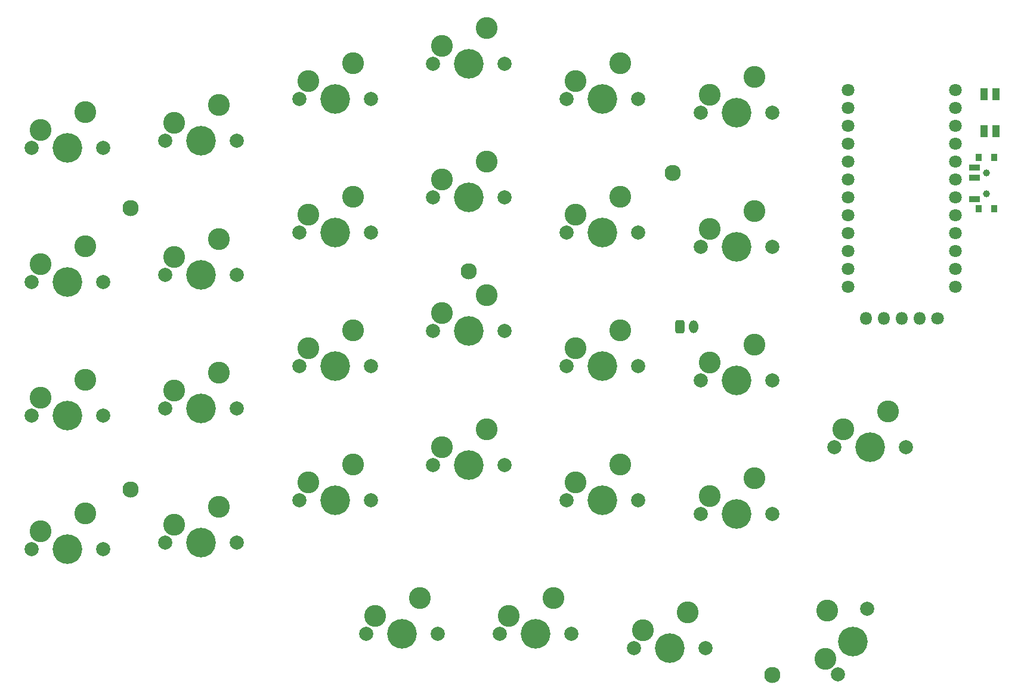
<source format=gbr>
%TF.GenerationSoftware,KiCad,Pcbnew,8.0.6*%
%TF.CreationDate,2024-12-22T09:15:40+01:00*%
%TF.ProjectId,left_finished,6c656674-5f66-4696-9e69-736865642e6b,0.1*%
%TF.SameCoordinates,Original*%
%TF.FileFunction,Soldermask,Top*%
%TF.FilePolarity,Negative*%
%FSLAX46Y46*%
G04 Gerber Fmt 4.6, Leading zero omitted, Abs format (unit mm)*
G04 Created by KiCad (PCBNEW 8.0.6) date 2024-12-22 09:15:40*
%MOMM*%
%LPD*%
G01*
G04 APERTURE LIST*
G04 Aperture macros list*
%AMRoundRect*
0 Rectangle with rounded corners*
0 $1 Rounding radius*
0 $2 $3 $4 $5 $6 $7 $8 $9 X,Y pos of 4 corners*
0 Add a 4 corners polygon primitive as box body*
4,1,4,$2,$3,$4,$5,$6,$7,$8,$9,$2,$3,0*
0 Add four circle primitives for the rounded corners*
1,1,$1+$1,$2,$3*
1,1,$1+$1,$4,$5*
1,1,$1+$1,$6,$7*
1,1,$1+$1,$8,$9*
0 Add four rect primitives between the rounded corners*
20,1,$1+$1,$2,$3,$4,$5,0*
20,1,$1+$1,$4,$5,$6,$7,0*
20,1,$1+$1,$6,$7,$8,$9,0*
20,1,$1+$1,$8,$9,$2,$3,0*%
G04 Aperture macros list end*
%ADD10RoundRect,0.050000X0.400000X-0.500000X0.400000X0.500000X-0.400000X0.500000X-0.400000X-0.500000X0*%
%ADD11C,1.000000*%
%ADD12RoundRect,0.050000X0.750000X-0.350000X0.750000X0.350000X-0.750000X0.350000X-0.750000X-0.350000X0*%
%ADD13O,1.800000X1.800000*%
%ADD14C,1.800000*%
%ADD15C,2.300000*%
%ADD16RoundRect,0.050000X0.500000X-0.775000X0.500000X0.775000X-0.500000X0.775000X-0.500000X-0.775000X0*%
%ADD17C,2.000000*%
%ADD18C,3.100000*%
%ADD19C,4.200000*%
%ADD20RoundRect,0.260000X0.390000X0.665000X-0.390000X0.665000X-0.390000X-0.665000X0.390000X-0.665000X0*%
%ADD21O,1.300000X1.850000*%
G04 APERTURE END LIST*
D10*
%TO.C,PWR1*%
X277415000Y-114350000D03*
X277415000Y-121650000D03*
D11*
X278525000Y-116500000D03*
X278525000Y-119500000D03*
D10*
X279625000Y-114350000D03*
X279625000Y-121650000D03*
D12*
X276765000Y-120250000D03*
X276765000Y-117250000D03*
X276765000Y-115750000D03*
%TD*%
D13*
%TO.C,DISP1*%
X261420000Y-137200000D03*
X263960000Y-137200000D03*
X266500000Y-137200000D03*
X269040000Y-137200000D03*
D14*
X271580000Y-137200000D03*
%TD*%
D15*
%TO.C,MH4*%
X234000000Y-116500000D03*
%TD*%
%TO.C,MH3*%
X157000000Y-121500000D03*
%TD*%
D16*
%TO.C,RST1*%
X279850000Y-110625000D03*
X278150000Y-110625000D03*
X279850000Y-105375000D03*
X278150000Y-105375000D03*
%TD*%
D15*
%TO.C,MH1*%
X248074234Y-187864648D03*
%TD*%
%TO.C,MH5*%
X205000000Y-130500000D03*
%TD*%
D14*
%TO.C,MCU1*%
X274120000Y-104800000D03*
X274120000Y-107340000D03*
X274120000Y-109880000D03*
X274120000Y-112420000D03*
X274120000Y-114960000D03*
X274120000Y-117500000D03*
X274120000Y-120040000D03*
X274120000Y-122580000D03*
X274120000Y-125120000D03*
X274120000Y-127660000D03*
X274120000Y-130200000D03*
X274120000Y-132740000D03*
X258880000Y-132740000D03*
X258880000Y-130200000D03*
X258880000Y-127660000D03*
X258880000Y-125120000D03*
X258880000Y-122580000D03*
X258880000Y-120040000D03*
X258880000Y-117500000D03*
X258880000Y-114960000D03*
X258880000Y-112420000D03*
X258880000Y-109880000D03*
X258880000Y-107340000D03*
X258880000Y-104800000D03*
%TD*%
D15*
%TO.C,MH2*%
X157000000Y-161500000D03*
%TD*%
D17*
%TO.C,S22*%
X237920000Y-146000000D03*
D18*
X239190000Y-143460000D03*
D19*
X243000000Y-146000000D03*
D18*
X245540000Y-140920000D03*
D17*
X248080000Y-146000000D03*
%TD*%
D20*
%TO.C,JST1*%
X234950000Y-138400000D03*
D21*
X236950000Y-138400000D03*
%TD*%
D17*
%TO.C,S20*%
X218920000Y-106000000D03*
D18*
X220190000Y-103460000D03*
D19*
X224000000Y-106000000D03*
D18*
X226540000Y-100920000D03*
D17*
X229080000Y-106000000D03*
%TD*%
%TO.C,S11*%
X180920000Y-125000000D03*
D18*
X182190000Y-122460000D03*
D19*
X186000000Y-125000000D03*
D18*
X188540000Y-119920000D03*
D17*
X191080000Y-125000000D03*
%TD*%
%TO.C,S13*%
X199920000Y-158000000D03*
D18*
X201190000Y-155460000D03*
D19*
X205000000Y-158000000D03*
D18*
X207540000Y-152920000D03*
D17*
X210080000Y-158000000D03*
%TD*%
%TO.C,S10*%
X180920000Y-144000000D03*
D18*
X182190000Y-141460000D03*
D19*
X186000000Y-144000000D03*
D18*
X188540000Y-138920000D03*
D17*
X191080000Y-144000000D03*
%TD*%
%TO.C,S2*%
X142920000Y-151000000D03*
D18*
X144190000Y-148460000D03*
D19*
X148000000Y-151000000D03*
D18*
X150540000Y-145920000D03*
D17*
X153080000Y-151000000D03*
%TD*%
%TO.C,S25*%
X190420000Y-182000000D03*
D18*
X191690000Y-179460000D03*
D19*
X195500000Y-182000000D03*
D18*
X198040000Y-176920000D03*
D17*
X200580000Y-182000000D03*
%TD*%
%TO.C,S9*%
X180920000Y-163000000D03*
D18*
X182190000Y-160460000D03*
D19*
X186000000Y-163000000D03*
D18*
X188540000Y-157920000D03*
D17*
X191080000Y-163000000D03*
%TD*%
%TO.C,S5*%
X161920000Y-169000000D03*
D18*
X163190000Y-166460000D03*
D19*
X167000000Y-169000000D03*
D18*
X169540000Y-163920000D03*
D17*
X172080000Y-169000000D03*
%TD*%
%TO.C,S27*%
X228420000Y-184000000D03*
D18*
X229690000Y-181460000D03*
D19*
X233500000Y-184000000D03*
D18*
X236040000Y-178920000D03*
D17*
X238580000Y-184000000D03*
%TD*%
%TO.C,S23*%
X237920000Y-127000000D03*
D18*
X239190000Y-124460000D03*
D19*
X243000000Y-127000000D03*
D18*
X245540000Y-121920000D03*
D17*
X248080000Y-127000000D03*
%TD*%
%TO.C,S18*%
X218920000Y-144000000D03*
D18*
X220190000Y-141460000D03*
D19*
X224000000Y-144000000D03*
D18*
X226540000Y-138920000D03*
D17*
X229080000Y-144000000D03*
%TD*%
%TO.C,S6*%
X161920000Y-150000000D03*
D18*
X163190000Y-147460000D03*
D19*
X167000000Y-150000000D03*
D18*
X169540000Y-144920000D03*
D17*
X172080000Y-150000000D03*
%TD*%
%TO.C,S14*%
X199920000Y-139000000D03*
D18*
X201190000Y-136460000D03*
D19*
X205000000Y-139000000D03*
D18*
X207540000Y-133920000D03*
D17*
X210080000Y-139000000D03*
%TD*%
%TO.C,S16*%
X199920000Y-101000000D03*
D18*
X201190000Y-98460000D03*
D19*
X205000000Y-101000000D03*
D18*
X207540000Y-95920000D03*
D17*
X210080000Y-101000000D03*
%TD*%
%TO.C,S24*%
X237920000Y-108000000D03*
D18*
X239190000Y-105460000D03*
D19*
X243000000Y-108000000D03*
D18*
X245540000Y-102920000D03*
D17*
X248080000Y-108000000D03*
%TD*%
%TO.C,S1*%
X142920000Y-170000000D03*
D18*
X144190000Y-167460000D03*
D19*
X148000000Y-170000000D03*
D18*
X150540000Y-164920000D03*
D17*
X153080000Y-170000000D03*
%TD*%
%TO.C,S17*%
X218920000Y-163000000D03*
D18*
X220190000Y-160460000D03*
D19*
X224000000Y-163000000D03*
D18*
X226540000Y-157920000D03*
D17*
X229080000Y-163000000D03*
%TD*%
%TO.C,S21*%
X237920000Y-165000000D03*
D18*
X239190000Y-162460000D03*
D19*
X243000000Y-165000000D03*
D18*
X245540000Y-159920000D03*
D17*
X248080000Y-165000000D03*
%TD*%
%TO.C,S3*%
X142920000Y-132000000D03*
D18*
X144190000Y-129460000D03*
D19*
X148000000Y-132000000D03*
D18*
X150540000Y-126920000D03*
D17*
X153080000Y-132000000D03*
%TD*%
%TO.C,S19*%
X218920000Y-125000000D03*
D18*
X220190000Y-122460000D03*
D19*
X224000000Y-125000000D03*
D18*
X226540000Y-119920000D03*
D17*
X229080000Y-125000000D03*
%TD*%
%TO.C,S4*%
X142920000Y-113000000D03*
D18*
X144190000Y-110460000D03*
D19*
X148000000Y-113000000D03*
D18*
X150540000Y-107920000D03*
D17*
X153080000Y-113000000D03*
%TD*%
%TO.C,S29*%
X256920000Y-155500000D03*
D18*
X258190000Y-152960000D03*
D19*
X262000000Y-155500000D03*
D18*
X264540000Y-150420000D03*
D17*
X267080000Y-155500000D03*
%TD*%
%TO.C,S28*%
X257433778Y-187740811D03*
D18*
X255629928Y-185547497D03*
D19*
X259500000Y-183100000D03*
D18*
X255892300Y-178713372D03*
D17*
X261566222Y-178459189D03*
%TD*%
%TO.C,S15*%
X199920000Y-120000000D03*
D18*
X201190000Y-117460000D03*
D19*
X205000000Y-120000000D03*
D18*
X207540000Y-114920000D03*
D17*
X210080000Y-120000000D03*
%TD*%
%TO.C,S26*%
X209420000Y-182000000D03*
D18*
X210690000Y-179460000D03*
D19*
X214500000Y-182000000D03*
D18*
X217040000Y-176920000D03*
D17*
X219580000Y-182000000D03*
%TD*%
%TO.C,S7*%
X161920000Y-131000000D03*
D18*
X163190000Y-128460000D03*
D19*
X167000000Y-131000000D03*
D18*
X169540000Y-125920000D03*
D17*
X172080000Y-131000000D03*
%TD*%
%TO.C,S8*%
X161920000Y-112000000D03*
D18*
X163190000Y-109460000D03*
D19*
X167000000Y-112000000D03*
D18*
X169540000Y-106920000D03*
D17*
X172080000Y-112000000D03*
%TD*%
%TO.C,S12*%
X180920000Y-106000000D03*
D18*
X182190000Y-103460000D03*
D19*
X186000000Y-106000000D03*
D18*
X188540000Y-100920000D03*
D17*
X191080000Y-106000000D03*
%TD*%
M02*

</source>
